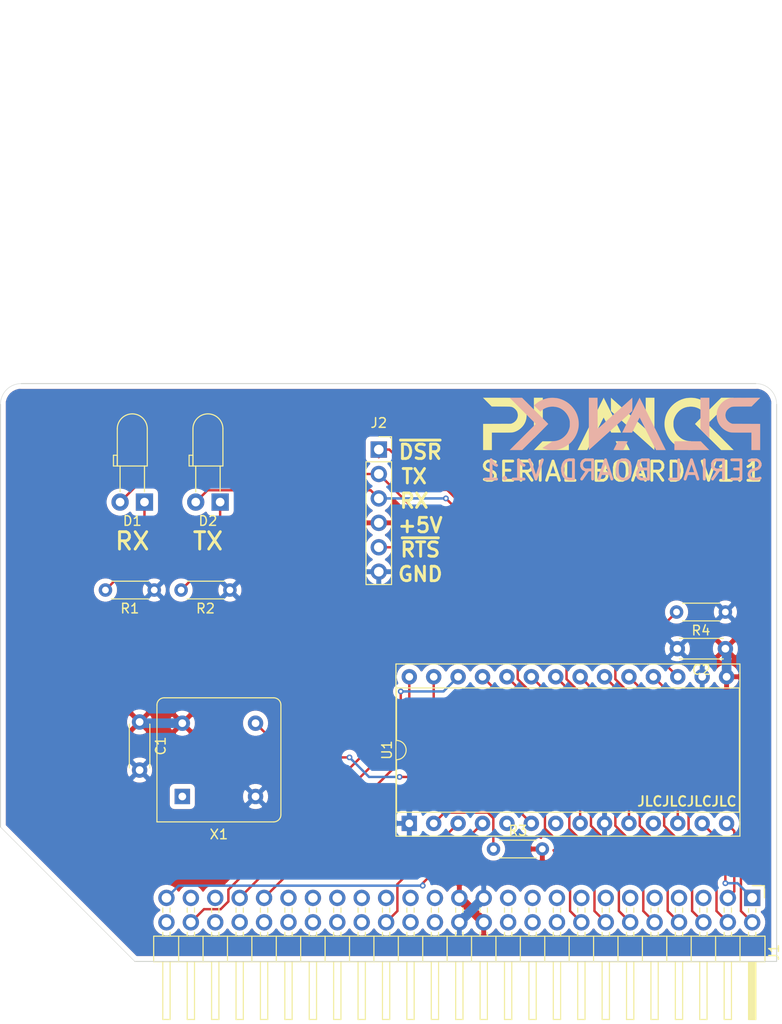
<source format=kicad_pcb>
(kicad_pcb (version 20171130) (host pcbnew "(5.1.10-1-10_14)")
  (layers (0 F.Cu signal) (31 B.Cu signal) (34 B.Paste user) (35 F.Paste user) (36 B.SilkS user) (37 F.SilkS user) (38 B.Mask user) (39 F.Mask user) (44 Edge.Cuts user))
  (net 0 "")
  (net 1 RDY)
  (net 2 A15)
  (net 3 A14)
  (net 4 A13)
  (net 5 A12)
  (net 6 A11)
  (net 7 GND)
  (net 8 +5V)
  (net 9 A10)
  (net 10 A9)
  (net 11 A8)
  (net 12 D7)
  (net 13 A7)
  (net 14 D6)
  (net 15 A6)
  (net 16 D5)
  (net 17 A5)
  (net 18 D4)
  (net 19 A4)
  (net 20 D3)
  (net 21 A3)
  (net 22 D2)
  (net 23 A2)
  (net 24 D1)
  (net 25 A1)
  (net 26 D0)
  (net 27 A0)
  (net 28 CLK)
  (net 29 BE)
  (net 30 SYNC)
  (net 31 EX3)
  (net 32 EX2)
  (net 33 EX1)
  (net 34 EX0)
  (net 35 ~NMI~)
  (net 36 ~RESET~)
  (net 37 ~SLOT_IRQ~)
  (net 38 ~IRQ~)
  (net 39 R~W~)
  (net 40 LED4)
  (net 41 LED3)
  (net 42 LED2)
  (net 43 LED1)
  (net 44 ~SLOT_SEL~)
  (net 45 ~INH~)
  (net 46 ~SSEL~)
  (net 47 "Net-(U1-Pad7)")
  (net 48 "Net-(U1-Pad6)")
  (net 49 "Net-(U1-Pad5)")
  (net 50 "Net-(X1-Pad1)")
  (net 51 "Net-(D1-Pad1)")
  (net 52 "Net-(D2-Pad1)")
  (net 53 CLK_12M)
  (net 54 ~SLOW~)
  (net 55 "Net-(R3-Pad1)")
  (net 56 /TX)
  (net 57 /RX)
  (net 58 /~RTS~)
  (net 59 /~DSR~)
  (net 60 /~DTR~)
  (module Logo:logo (layer B.Cu) (at 66.04 -55.88 180)
    (fp_text reference G*** hide)
    (fp_text value LOGO hide)
  )
  (module Logo:logo (layer F.Cu) (at 63.246 -55.88)
    (fp_text reference G*** hide)
    (fp_text value LOGO hide)
  )
  (module LED_THT:LED_D3.0mm_Horizontal_O3.81mm_Z2.0mm (layer F.Cu) (at 22.86 -47.752 180)
    (fp_text reference D2 (at 1.27 -1.96) (layer F.SilkS))
    (fp_text value LED)
    (pad 2 thru_hole circle (at 2.54 0 180) (size 1.8 1.8) (drill 0.9) (layers *.Cu *.Mask) (net 57 /RX))
    (pad 1 thru_hole rect (at 0 0 180) (size 1.8 1.8) (drill 0.9) (layers *.Cu *.Mask) (net 52 "Net-(D2-Pad1)"))
  )
  (module LED_THT:LED_D3.0mm_Horizontal_O3.81mm_Z2.0mm (layer F.Cu) (at 14.986 -47.752 180)
    (fp_text reference D1 (at 1.27 -1.96) (layer F.SilkS))
    (fp_text value LED)
    (pad 2 thru_hole circle (at 2.54 0 180) (size 1.8 1.8) (drill 0.9) (layers *.Cu *.Mask) (net 56 /TX))
    (pad 1 thru_hole rect (at 0 0 180) (size 1.8 1.8) (drill 0.9) (layers *.Cu *.Mask) (net 51 "Net-(D1-Pad1)"))
  )
  (module Resistor_THT:R_Axial_DIN0204_L3.6mm_D1.6mm_P5.08mm_Horizontal (layer F.Cu) (at 75.438 -36.322 180)
    (fp_text reference R4 (at 2.54 -1.92) (layer F.SilkS))
    (fp_text value 10k)
    (pad 2 thru_hole oval (at 5.08 0 180) (size 1.4 1.4) (drill 0.7) (layers *.Cu *.Mask) (net 59 /~DSR~))
    (pad 1 thru_hole circle (at 0 0 180) (size 1.4 1.4) (drill 0.7) (layers *.Cu *.Mask) (net 7 GND))
  )
  (module Resistor_THT:R_Axial_DIN0204_L3.6mm_D1.6mm_P5.08mm_Horizontal (layer F.Cu) (at 51.308 -11.684)
    (fp_text reference R3 (at 2.54 -1.92) (layer F.SilkS))
    (fp_text value 10k)
    (pad 2 thru_hole oval (at 5.08 0) (size 1.4 1.4) (drill 0.7) (layers *.Cu *.Mask) (net 8 +5V))
    (pad 1 thru_hole circle (at 0 0) (size 1.4 1.4) (drill 0.7) (layers *.Cu *.Mask) (net 55 "Net-(R3-Pad1)"))
  )
  (module Resistor_THT:R_Axial_DIN0204_L3.6mm_D1.6mm_P5.08mm_Horizontal (layer F.Cu) (at 23.876 -38.608 180)
    (fp_text reference R2 (at 2.54 -1.92) (layer F.SilkS))
    (fp_text value 330R)
    (pad 2 thru_hole oval (at 5.08 0 180) (size 1.4 1.4) (drill 0.7) (layers *.Cu *.Mask) (net 52 "Net-(D2-Pad1)"))
    (pad 1 thru_hole circle (at 0 0 180) (size 1.4 1.4) (drill 0.7) (layers *.Cu *.Mask) (net 7 GND))
  )
  (module Resistor_THT:R_Axial_DIN0204_L3.6mm_D1.6mm_P5.08mm_Horizontal (layer F.Cu) (at 16.002 -38.608 180)
    (fp_text reference R1 (at 2.54 -1.92) (layer F.SilkS))
    (fp_text value 330R)
    (pad 2 thru_hole oval (at 5.08 0 180) (size 1.4 1.4) (drill 0.7) (layers *.Cu *.Mask) (net 51 "Net-(D1-Pad1)"))
    (pad 1 thru_hole circle (at 0 0 180) (size 1.4 1.4) (drill 0.7) (layers *.Cu *.Mask) (net 7 GND))
  )
  (module Capacitor_THT:C_Disc_D4.3mm_W1.9mm_P5.00mm (layer F.Cu) (at 75.438 -32.512 180)
    (fp_text reference C2 (at 2.5 -2.2) (layer F.SilkS))
    (fp_text value C_Small)
    (pad 2 thru_hole circle (at 5 0 180) (size 1.6 1.6) (drill 0.8) (layers *.Cu *.Mask) (net 7 GND))
    (pad 1 thru_hole circle (at 0 0 180) (size 1.6 1.6) (drill 0.8) (layers *.Cu *.Mask) (net 8 +5V))
  )
  (module Capacitor_THT:C_Disc_D4.3mm_W1.9mm_P5.00mm (layer F.Cu) (at 14.478 -24.892 270)
    (fp_text reference C1 (at 2.5 -2.2 90) (layer F.SilkS))
    (fp_text value C_Small)
    (pad 2 thru_hole circle (at 5 0 270) (size 1.6 1.6) (drill 0.8) (layers *.Cu *.Mask) (net 7 GND))
    (pad 1 thru_hole circle (at 0 0 270) (size 1.6 1.6) (drill 0.8) (layers *.Cu *.Mask) (net 8 +5V))
  )
  (module Oscillator:Oscillator_DIP-8 (layer F.Cu) (at 18.923 -17.145)
    (fp_text reference X1 (at 3.81 3.937) (layer F.SilkS))
    (fp_text value CXO_DIP8)
    (pad 4 thru_hole circle (at 7.62 0) (size 1.6 1.6) (drill 0.8) (layers *.Cu *.Mask) (net 7 GND))
    (pad 5 thru_hole circle (at 7.62 -7.62) (size 1.6 1.6) (drill 0.8) (layers *.Cu *.Mask) (net 48 "Net-(U1-Pad6)"))
    (pad 8 thru_hole circle (at 0 -7.62) (size 1.6 1.6) (drill 0.8) (layers *.Cu *.Mask) (net 8 +5V))
    (pad 1 thru_hole rect (at 0 0) (size 1.6 1.6) (drill 0.8) (layers *.Cu *.Mask) (net 50 "Net-(X1-Pad1)"))
  )
  (module Package_DIP:DIP-28_W15.24mm_Socket (layer F.Cu) (at 42.545 -14.351 90)
    (fp_text reference U1 (at 7.62 -2.33 90) (layer F.SilkS))
    (fp_text value W65C51NxP)
    (pad 28 thru_hole oval (at 15.24 0 90) (size 1.6 1.6) (drill 0.8) (layers *.Cu *.Mask) (net 39 R~W~))
    (pad 14 thru_hole oval (at 0 33.02 90) (size 1.6 1.6) (drill 0.8) (layers *.Cu *.Mask) (net 25 A1))
    (pad 27 thru_hole oval (at 15.24 2.54 90) (size 1.6 1.6) (drill 0.8) (layers *.Cu *.Mask) (net 28 CLK))
    (pad 13 thru_hole oval (at 0 30.48 90) (size 1.6 1.6) (drill 0.8) (layers *.Cu *.Mask) (net 27 A0))
    (pad 26 thru_hole oval (at 15.24 5.08 90) (size 1.6 1.6) (drill 0.8) (layers *.Cu *.Mask) (net 37 ~SLOT_IRQ~))
    (pad 12 thru_hole oval (at 0 27.94 90) (size 1.6 1.6) (drill 0.8) (layers *.Cu *.Mask) (net 57 /RX))
    (pad 25 thru_hole oval (at 15.24 7.62 90) (size 1.6 1.6) (drill 0.8) (layers *.Cu *.Mask) (net 12 D7))
    (pad 11 thru_hole oval (at 0 25.4 90) (size 1.6 1.6) (drill 0.8) (layers *.Cu *.Mask) (net 60 /~DTR~))
    (pad 24 thru_hole oval (at 15.24 10.16 90) (size 1.6 1.6) (drill 0.8) (layers *.Cu *.Mask) (net 14 D6))
    (pad 10 thru_hole oval (at 0 22.86 90) (size 1.6 1.6) (drill 0.8) (layers *.Cu *.Mask) (net 56 /TX))
    (pad 23 thru_hole oval (at 15.24 12.7 90) (size 1.6 1.6) (drill 0.8) (layers *.Cu *.Mask) (net 16 D5))
    (pad 9 thru_hole oval (at 0 20.32 90) (size 1.6 1.6) (drill 0.8) (layers *.Cu *.Mask) (net 7 GND))
    (pad 22 thru_hole oval (at 15.24 15.24 90) (size 1.6 1.6) (drill 0.8) (layers *.Cu *.Mask) (net 18 D4))
    (pad 8 thru_hole oval (at 0 17.78 90) (size 1.6 1.6) (drill 0.8) (layers *.Cu *.Mask) (net 58 /~RTS~))
    (pad 21 thru_hole oval (at 15.24 17.78 90) (size 1.6 1.6) (drill 0.8) (layers *.Cu *.Mask) (net 20 D3))
    (pad 7 thru_hole oval (at 0 15.24 90) (size 1.6 1.6) (drill 0.8) (layers *.Cu *.Mask) (net 47 "Net-(U1-Pad7)"))
    (pad 20 thru_hole oval (at 15.24 20.32 90) (size 1.6 1.6) (drill 0.8) (layers *.Cu *.Mask) (net 22 D2))
    (pad 6 thru_hole oval (at 0 12.7 90) (size 1.6 1.6) (drill 0.8) (layers *.Cu *.Mask) (net 48 "Net-(U1-Pad6)"))
    (pad 19 thru_hole oval (at 15.24 22.86 90) (size 1.6 1.6) (drill 0.8) (layers *.Cu *.Mask) (net 24 D1))
    (pad 5 thru_hole oval (at 0 10.16 90) (size 1.6 1.6) (drill 0.8) (layers *.Cu *.Mask) (net 49 "Net-(U1-Pad5)"))
    (pad 18 thru_hole oval (at 15.24 25.4 90) (size 1.6 1.6) (drill 0.8) (layers *.Cu *.Mask) (net 26 D0))
    (pad 4 thru_hole oval (at 0 7.62 90) (size 1.6 1.6) (drill 0.8) (layers *.Cu *.Mask) (net 36 ~RESET~))
    (pad 17 thru_hole oval (at 15.24 27.94 90) (size 1.6 1.6) (drill 0.8) (layers *.Cu *.Mask) (net 59 /~DSR~))
    (pad 3 thru_hole oval (at 0 5.08 90) (size 1.6 1.6) (drill 0.8) (layers *.Cu *.Mask) (net 44 ~SLOT_SEL~))
    (pad 16 thru_hole oval (at 15.24 30.48 90) (size 1.6 1.6) (drill 0.8) (layers *.Cu *.Mask) (net 7 GND))
    (pad 2 thru_hole oval (at 0 2.54 90) (size 1.6 1.6) (drill 0.8) (layers *.Cu *.Mask) (net 55 "Net-(R3-Pad1)"))
    (pad 15 thru_hole oval (at 15.24 33.02 90) (size 1.6 1.6) (drill 0.8) (layers *.Cu *.Mask) (net 8 +5V))
    (pad 1 thru_hole rect (at 0 0 90) (size 1.6 1.6) (drill 0.8) (layers *.Cu *.Mask) (net 7 GND))
  )
  (module Connector_PinSocket_2.54mm:PinSocket_1x06_P2.54mm_Vertical (layer F.Cu) (at 39.37 -53.213)
    (fp_text reference J2 (at 0 -2.77) (layer F.SilkS))
    (fp_text value Conn_01x06)
    (pad 6 thru_hole oval (at 0 12.7) (size 1.7 1.7) (drill 1) (layers *.Cu *.Mask) (net 7 GND))
    (pad 5 thru_hole oval (at 0 10.16) (size 1.7 1.7) (drill 1) (layers *.Cu *.Mask) (net 58 /~RTS~))
    (pad 4 thru_hole oval (at 0 7.62) (size 1.7 1.7) (drill 1) (layers *.Cu *.Mask) (net 8 +5V))
    (pad 3 thru_hole oval (at 0 5.08) (size 1.7 1.7) (drill 1) (layers *.Cu *.Mask) (net 57 /RX))
    (pad 2 thru_hole oval (at 0 2.54) (size 1.7 1.7) (drill 1) (layers *.Cu *.Mask) (net 56 /TX))
    (pad 1 thru_hole rect (at 0 0) (size 1.7 1.7) (drill 1) (layers *.Cu *.Mask) (net 59 /~DSR~))
  )
  (module Connector_PinHeader_2.54mm:PinHeader_2x25_P2.54mm_Horizontal (layer F.Cu) (at 78.232 -6.604 270)
    (fp_text reference J1 (at 5.655 -2.27 90) (layer F.SilkS))
    (fp_text value Conn_01x40)
    (pad 50 thru_hole oval (at 2.54 60.96 270) (size 1.7 1.7) (drill 1) (layers *.Cu *.Mask) (net 35 ~NMI~))
    (pad 49 thru_hole oval (at 0 60.96 270) (size 1.7 1.7) (drill 1) (layers *.Cu *.Mask) (net 36 ~RESET~))
    (pad 48 thru_hole oval (at 2.54 58.42 270) (size 1.7 1.7) (drill 1) (layers *.Cu *.Mask) (net 37 ~SLOT_IRQ~))
    (pad 47 thru_hole oval (at 0 58.42 270) (size 1.7 1.7) (drill 1) (layers *.Cu *.Mask) (net 30 SYNC))
    (pad 46 thru_hole oval (at 2.54 55.88 270) (size 1.7 1.7) (drill 1) (layers *.Cu *.Mask) (net 31 EX3))
    (pad 45 thru_hole oval (at 0 55.88 270) (size 1.7 1.7) (drill 1) (layers *.Cu *.Mask) (net 38 ~IRQ~))
    (pad 44 thru_hole oval (at 2.54 53.34 270) (size 1.7 1.7) (drill 1) (layers *.Cu *.Mask) (net 32 EX2))
    (pad 43 thru_hole oval (at 0 53.34 270) (size 1.7 1.7) (drill 1) (layers *.Cu *.Mask) (net 39 R~W~))
    (pad 42 thru_hole oval (at 2.54 50.8 270) (size 1.7 1.7) (drill 1) (layers *.Cu *.Mask) (net 53 CLK_12M))
    (pad 41 thru_hole oval (at 0 50.8 270) (size 1.7 1.7) (drill 1) (layers *.Cu *.Mask) (net 28 CLK))
    (pad 40 thru_hole oval (at 2.54 48.26 270) (size 1.7 1.7) (drill 1) (layers *.Cu *.Mask) (net 40 LED4))
    (pad 39 thru_hole oval (at 0 48.26 270) (size 1.7 1.7) (drill 1) (layers *.Cu *.Mask) (net 29 BE))
    (pad 38 thru_hole oval (at 2.54 45.72 270) (size 1.7 1.7) (drill 1) (layers *.Cu *.Mask) (net 41 LED3))
    (pad 37 thru_hole oval (at 0 45.72 270) (size 1.7 1.7) (drill 1) (layers *.Cu *.Mask) (net 1 RDY))
    (pad 36 thru_hole oval (at 2.54 43.18 270) (size 1.7 1.7) (drill 1) (layers *.Cu *.Mask) (net 42 LED2))
    (pad 35 thru_hole oval (at 0 43.18 270) (size 1.7 1.7) (drill 1) (layers *.Cu *.Mask) (net 2 A15))
    (pad 34 thru_hole oval (at 2.54 40.64 270) (size 1.7 1.7) (drill 1) (layers *.Cu *.Mask) (net 43 LED1))
    (pad 33 thru_hole oval (at 0 40.64 270) (size 1.7 1.7) (drill 1) (layers *.Cu *.Mask) (net 3 A14))
    (pad 32 thru_hole oval (at 2.54 38.1 270) (size 1.7 1.7) (drill 1) (layers *.Cu *.Mask) (net 44 ~SLOT_SEL~))
    (pad 31 thru_hole oval (at 0 38.1 270) (size 1.7 1.7) (drill 1) (layers *.Cu *.Mask) (net 4 A13))
    (pad 30 thru_hole oval (at 2.54 35.56 270) (size 1.7 1.7) (drill 1) (layers *.Cu *.Mask) (net 45 ~INH~))
    (pad 29 thru_hole oval (at 0 35.56 270) (size 1.7 1.7) (drill 1) (layers *.Cu *.Mask) (net 5 A12))
    (pad 28 thru_hole oval (at 2.54 33.02 270) (size 1.7 1.7) (drill 1) (layers *.Cu *.Mask) (net 46 ~SSEL~))
    (pad 27 thru_hole oval (at 0 33.02 270) (size 1.7 1.7) (drill 1) (layers *.Cu *.Mask) (net 6 A11))
    (pad 26 thru_hole oval (at 2.54 30.48 270) (size 1.7 1.7) (drill 1) (layers *.Cu *.Mask) (net 7 GND))
    (pad 25 thru_hole oval (at 0 30.48 270) (size 1.7 1.7) (drill 1) (layers *.Cu *.Mask) (net 8 +5V))
    (pad 24 thru_hole oval (at 2.54 27.94 270) (size 1.7 1.7) (drill 1) (layers *.Cu *.Mask) (net 8 +5V))
    (pad 23 thru_hole oval (at 0 27.94 270) (size 1.7 1.7) (drill 1) (layers *.Cu *.Mask) (net 7 GND))
    (pad 22 thru_hole oval (at 2.54 25.4 270) (size 1.7 1.7) (drill 1) (layers *.Cu *.Mask) (net 54 ~SLOW~))
    (pad 21 thru_hole oval (at 0 25.4 270) (size 1.7 1.7) (drill 1) (layers *.Cu *.Mask) (net 9 A10))
    (pad 20 thru_hole oval (at 2.54 22.86 270) (size 1.7 1.7) (drill 1) (layers *.Cu *.Mask) (net 33 EX1))
    (pad 19 thru_hole oval (at 0 22.86 270) (size 1.7 1.7) (drill 1) (layers *.Cu *.Mask) (net 10 A9))
    (pad 18 thru_hole oval (at 2.54 20.32 270) (size 1.7 1.7) (drill 1) (layers *.Cu *.Mask) (net 34 EX0))
    (pad 17 thru_hole oval (at 0 20.32 270) (size 1.7 1.7) (drill 1) (layers *.Cu *.Mask) (net 11 A8))
    (pad 16 thru_hole oval (at 2.54 17.78 270) (size 1.7 1.7) (drill 1) (layers *.Cu *.Mask) (net 12 D7))
    (pad 15 thru_hole oval (at 0 17.78 270) (size 1.7 1.7) (drill 1) (layers *.Cu *.Mask) (net 13 A7))
    (pad 14 thru_hole oval (at 2.54 15.24 270) (size 1.7 1.7) (drill 1) (layers *.Cu *.Mask) (net 14 D6))
    (pad 13 thru_hole oval (at 0 15.24 270) (size 1.7 1.7) (drill 1) (layers *.Cu *.Mask) (net 15 A6))
    (pad 12 thru_hole oval (at 2.54 12.7 270) (size 1.7 1.7) (drill 1) (layers *.Cu *.Mask) (net 16 D5))
    (pad 11 thru_hole oval (at 0 12.7 270) (size 1.7 1.7) (drill 1) (layers *.Cu *.Mask) (net 17 A5))
    (pad 10 thru_hole oval (at 2.54 10.16 270) (size 1.7 1.7) (drill 1) (layers *.Cu *.Mask) (net 18 D4))
    (pad 9 thru_hole oval (at 0 10.16 270) (size 1.7 1.7) (drill 1) (layers *.Cu *.Mask) (net 19 A4))
    (pad 8 thru_hole oval (at 2.54 7.62 270) (size 1.7 1.7) (drill 1) (layers *.Cu *.Mask) (net 20 D3))
    (pad 7 thru_hole oval (at 0 7.62 270) (size 1.7 1.7) (drill 1) (layers *.Cu *.Mask) (net 21 A3))
    (pad 6 thru_hole oval (at 2.54 5.08 270) (size 1.7 1.7) (drill 1) (layers *.Cu *.Mask) (net 22 D2))
    (pad 5 thru_hole oval (at 0 5.08 270) (size 1.7 1.7) (drill 1) (layers *.Cu *.Mask) (net 23 A2))
    (pad 4 thru_hole oval (at 2.54 2.54 270) (size 1.7 1.7) (drill 1) (layers *.Cu *.Mask) (net 24 D1))
    (pad 3 thru_hole oval (at 0 2.54 270) (size 1.7 1.7) (drill 1) (layers *.Cu *.Mask) (net 25 A1))
    (pad 2 thru_hole oval (at 2.54 0 270) (size 1.7 1.7) (drill 1) (layers *.Cu *.Mask) (net 26 D0))
    (pad 1 thru_hole rect (at 0 0 270) (size 1.7 1.7) (drill 1) (layers *.Cu *.Mask) (net 27 A0))
  )
  (gr_text JLCJLCJLCJLC (at 71.4375 -16.637) (layer F.SilkS) (effects (font (size 1 1) (thickness 0.2))))
  (gr_text TX (at 21.59 -43.688) (layer F.SilkS) (effects (font (size 1.8 1.8) (thickness 0.3))))
  (gr_text RX (at 13.716 -43.688) (layer F.SilkS) (effects (font (size 1.8 1.8) (thickness 0.3))))
  (gr_arc (start 2.159 -57.912) (end 2.159 -60.071) (angle -90) (layer Edge.Cuts) (width 0.05))
  (gr_arc (start 78.613 -57.912) (end 80.772 -57.912) (angle -90) (layer Edge.Cuts) (width 0.05))
  (gr_text ~DSR~ (at 43.688 -52.959) (layer F.SilkS) (effects (font (size 1.5 1.5) (thickness 0.3))))
  (gr_text TX (at 43.053 -50.419) (layer F.SilkS) (effects (font (size 1.5 1.5) (thickness 0.3))))
  (gr_text RX (at 43.053 -47.879) (layer F.SilkS) (effects (font (size 1.5 1.5) (thickness 0.3))))
  (gr_text +5V (at 43.688 -45.339) (layer F.SilkS) (effects (font (size 1.5 1.5) (thickness 0.3))))
  (gr_text ~RTS~ (at 43.688 -42.799) (layer F.SilkS) (effects (font (size 1.5 1.5) (thickness 0.3))))
  (gr_text GND (at 43.688 -40.259) (layer F.SilkS) (effects (font (size 1.5 1.5) (thickness 0.3))))
  (gr_text "SERIAL BOARD V1.1" (at 64.77 -51.054) (layer B.SilkS) (effects (font (size 2 2) (thickness 0.3)) (justify mirror)))
  (gr_line (start 13.97 0) (end 0 -13.97) (layer Edge.Cuts) (width 0.05))
  (gr_text "SERIAL BOARD V1.1" (at 64.643 -50.927) (layer F.SilkS) (effects (font (size 2 2) (thickness 0.3))))
  (gr_line (start 2.159 -60.071) (end 78.613 -60.071) (layer Edge.Cuts) (width 0.1))
  (gr_line (start 0 -13.97) (end 0 -57.912) (layer Edge.Cuts) (width 0.1))
  (gr_line (start 80.772 0) (end 13.97 0) (layer Edge.Cuts) (width 0.1))
  (gr_line (start 80.772 -57.912) (end 80.772 0) (layer Edge.Cuts) (width 0.1))
  (segment (start 50.292 -6.604) (end 47.752 -4.064) (width 1) (layer B.Cu) (net 7))
  (segment (start 50.292 -4.064) (end 47.752 -6.604) (width 1) (layer F.Cu) (net 8))
  (segment (start 75.565 -32.385) (end 75.565 -29.591) (width 1) (layer B.Cu) (net 8))
  (segment (start 75.438 -32.512) (end 75.565 -32.385) (width 1) (layer B.Cu) (net 8))
  (segment (start 14.605 -24.765) (end 18.923 -24.765) (width 1) (layer B.Cu) (net 8))
  (segment (start 14.478 -24.892) (end 14.605 -24.765) (width 1) (layer B.Cu) (net 8))
  (segment (start 56.659999 -13.810999) (end 56.659999 -23.096001) (width 0.25) (layer F.Cu) (net 12))
  (segment (start 56.659999 -23.096001) (end 50.165 -29.591) (width 0.25) (layer F.Cu) (net 12))
  (segment (start 59.276999 -11.193999) (end 56.659999 -13.810999) (width 0.25) (layer F.Cu) (net 12))
  (segment (start 59.276999 -5.239001) (end 59.276999 -11.193999) (width 0.25) (layer F.Cu) (net 12))
  (segment (start 60.452 -4.064) (end 59.276999 -5.239001) (width 0.25) (layer F.Cu) (net 12))
  (segment (start 61.816999 -11.193999) (end 59.199999 -13.810999) (width 0.25) (layer F.Cu) (net 14))
  (segment (start 61.816999 -5.239001) (end 61.816999 -11.193999) (width 0.25) (layer F.Cu) (net 14))
  (segment (start 59.199999 -23.096001) (end 52.705 -29.591) (width 0.25) (layer F.Cu) (net 14))
  (segment (start 59.199999 -13.810999) (end 59.199999 -23.096001) (width 0.25) (layer F.Cu) (net 14))
  (segment (start 62.992 -4.064) (end 61.816999 -5.239001) (width 0.25) (layer F.Cu) (net 14))
  (segment (start 65.532 -4.064) (end 64.356999 -5.239001) (width 0.25) (layer F.Cu) (net 16))
  (segment (start 64.356999 -11.193999) (end 61.450001 -14.100997) (width 0.25) (layer F.Cu) (net 16))
  (segment (start 64.356999 -5.239001) (end 64.356999 -11.193999) (width 0.25) (layer F.Cu) (net 16))
  (segment (start 61.450001 -14.100997) (end 61.450001 -23.385999) (width 0.25) (layer F.Cu) (net 16))
  (segment (start 61.450001 -23.385999) (end 55.245 -29.591) (width 0.25) (layer F.Cu) (net 16))
  (segment (start 63.990001 -23.385999) (end 57.785 -29.591) (width 0.25) (layer F.Cu) (net 18))
  (segment (start 63.990001 -14.100997) (end 63.990001 -23.385999) (width 0.25) (layer F.Cu) (net 18))
  (segment (start 66.896999 -11.193999) (end 63.990001 -14.100997) (width 0.25) (layer F.Cu) (net 18))
  (segment (start 66.896999 -5.239001) (end 66.896999 -11.193999) (width 0.25) (layer F.Cu) (net 18))
  (segment (start 68.072 -4.064) (end 66.896999 -5.239001) (width 0.25) (layer F.Cu) (net 18))
  (segment (start 66.530001 -23.385999) (end 60.325 -29.591) (width 0.25) (layer F.Cu) (net 20))
  (segment (start 66.530001 -14.100997) (end 66.530001 -23.385999) (width 0.25) (layer F.Cu) (net 20))
  (segment (start 69.436999 -11.193999) (end 66.530001 -14.100997) (width 0.25) (layer F.Cu) (net 20))
  (segment (start 69.436999 -5.239001) (end 69.436999 -11.193999) (width 0.25) (layer F.Cu) (net 20))
  (segment (start 70.612 -4.064) (end 69.436999 -5.239001) (width 0.25) (layer F.Cu) (net 20))
  (segment (start 69.070001 -14.100997) (end 69.070001 -23.385999) (width 0.25) (layer F.Cu) (net 22))
  (segment (start 71.976999 -11.193999) (end 69.070001 -14.100997) (width 0.25) (layer F.Cu) (net 22))
  (segment (start 71.976999 -5.239001) (end 71.976999 -11.193999) (width 0.25) (layer F.Cu) (net 22))
  (segment (start 69.070001 -23.385999) (end 62.865 -29.591) (width 0.25) (layer F.Cu) (net 22))
  (segment (start 73.152 -4.064) (end 71.976999 -5.239001) (width 0.25) (layer F.Cu) (net 22))
  (segment (start 74.516999 -5.239001) (end 74.516999 -10.825591) (width 0.25) (layer F.Cu) (net 24))
  (segment (start 75.692 -4.064) (end 74.516999 -5.239001) (width 0.25) (layer F.Cu) (net 24))
  (segment (start 71.610001 -23.385999) (end 65.405 -29.591) (width 0.25) (layer F.Cu) (net 24))
  (segment (start 74.516999 -10.825591) (end 71.610001 -13.732589) (width 0.25) (layer F.Cu) (net 24))
  (segment (start 71.610001 -13.732589) (end 71.610001 -23.385999) (width 0.25) (layer F.Cu) (net 24))
  (segment (start 76.364999 -7.276999) (end 75.692 -6.604) (width 0.25) (layer F.Cu) (net 25))
  (segment (start 76.364999 -13.551001) (end 76.364999 -7.276999) (width 0.25) (layer F.Cu) (net 25))
  (segment (start 75.565 -14.351) (end 76.364999 -13.551001) (width 0.25) (layer F.Cu) (net 25))
  (segment (start 77.056999 -20.479001) (end 67.945 -29.591) (width 0.25) (layer F.Cu) (net 26))
  (segment (start 77.056999 -5.239001) (end 77.056999 -20.479001) (width 0.25) (layer F.Cu) (net 26))
  (segment (start 78.232 -4.064) (end 77.056999 -5.239001) (width 0.25) (layer F.Cu) (net 26))
  (segment (start 75.438 -10.541) (end 75.438 -10.541) (width 0.25) (layer F.Cu) (net 27))
  (via (at 75.438 -8.128) (size 0.6) (drill 0.3) (layers F.Cu B.Cu) (net 27))
  (segment (start 76.708 -8.128) (end 75.438 -8.128) (width 0.25) (layer B.Cu) (net 27))
  (segment (start 78.232 -6.604) (end 76.708 -8.128) (width 0.25) (layer B.Cu) (net 27))
  (segment (start 75.438 -11.938) (end 75.438 -8.128) (width 0.25) (layer F.Cu) (net 27))
  (segment (start 73.025 -14.351) (end 75.438 -11.938) (width 0.25) (layer F.Cu) (net 27))
  (segment (start 45.085 -24.257) (end 27.432 -6.604) (width 0.25) (layer F.Cu) (net 28))
  (segment (start 45.085 -29.591) (end 45.085 -24.257) (width 0.25) (layer F.Cu) (net 28))
  (segment (start 43.942 -8.128) (end 43.942 -8.128) (width 0.25) (layer B.Cu) (net 36))
  (segment (start 50.165 -14.351) (end 43.942 -8.128) (width 0.25) (layer F.Cu) (net 36))
  (via (at 43.942 -7.874) (size 0.6) (drill 0.3) (layers F.Cu B.Cu) (net 36))
  (segment (start 17.272 -6.604) (end 18.542 -7.874) (width 0.25) (layer B.Cu) (net 36))
  (segment (start 43.942 -8.128) (end 43.942 -7.874) (width 0.25) (layer F.Cu) (net 36))
  (segment (start 18.542 -7.874) (end 43.942 -7.874) (width 0.25) (layer B.Cu) (net 36))
  (segment (start 23.716999 -6.229997) (end 23.716999 -7.460999) (width 0.25) (layer F.Cu) (net 37))
  (segment (start 21.176999 -5.428999) (end 22.916001 -5.428999) (width 0.25) (layer F.Cu) (net 37))
  (segment (start 22.916001 -5.428999) (end 23.716999 -6.229997) (width 0.25) (layer F.Cu) (net 37))
  (segment (start 19.812 -4.064) (end 21.176999 -5.428999) (width 0.25) (layer F.Cu) (net 37))
  (segment (start 23.716999 -7.460999) (end 41.656 -25.4) (width 0.25) (layer F.Cu) (net 37))
  (segment (start 41.656 -25.4) (end 41.656 -28.067) (width 0.25) (layer F.Cu) (net 37))
  (segment (start 41.656 -28.067) (end 41.656 -28.067) (width 0.25) (layer F.Cu) (net 37))
  (via (at 41.656 -28.067) (size 0.6) (drill 0.3) (layers F.Cu B.Cu) (net 37))
  (segment (start 46.101 -28.067) (end 47.625 -29.591) (width 0.25) (layer B.Cu) (net 37))
  (segment (start 41.656 -28.067) (end 46.101 -28.067) (width 0.25) (layer B.Cu) (net 37))
  (segment (start 42.545 -24.257) (end 24.892 -6.604) (width 0.25) (layer F.Cu) (net 39))
  (segment (start 42.545 -29.591) (end 42.545 -24.257) (width 0.25) (layer F.Cu) (net 39))
  (segment (start 41.307001 -8.033001) (end 47.625 -14.351) (width 0.25) (layer F.Cu) (net 44))
  (segment (start 41.307001 -5.239001) (end 41.307001 -8.033001) (width 0.25) (layer F.Cu) (net 44))
  (segment (start 40.132 -4.064) (end 41.307001 -5.239001) (width 0.25) (layer F.Cu) (net 44))
  (segment (start 55.245 -14.351) (end 50.419 -19.177) (width 0.25) (layer F.Cu) (net 48))
  (segment (start 50.419 -19.177) (end 41.529 -19.177) (width 0.25) (layer F.Cu) (net 48))
  (segment (start 41.529 -19.177) (end 41.402 -19.177) (width 0.25) (layer F.Cu) (net 48))
  (via (at 41.529 -19.177) (size 0.6) (drill 0.3) (layers F.Cu B.Cu) (net 48))
  (segment (start 41.529 -19.177) (end 38.354 -19.177) (width 0.25) (layer B.Cu) (net 48))
  (segment (start 38.354 -19.177) (end 36.322 -21.209) (width 0.25) (layer B.Cu) (net 48))
  (segment (start 36.322 -21.209) (end 36.322 -21.209) (width 0.25) (layer B.Cu) (net 48))
  (via (at 36.322 -21.209) (size 0.6) (drill 0.3) (layers F.Cu B.Cu) (net 48))
  (segment (start 30.099 -21.209) (end 26.543 -24.765) (width 0.25) (layer F.Cu) (net 48))
  (segment (start 36.322 -21.209) (end 30.099 -21.209) (width 0.25) (layer F.Cu) (net 48))
  (segment (start 14.986 -42.672) (end 10.922 -38.608) (width 0.25) (layer F.Cu) (net 51))
  (segment (start 14.986 -47.752) (end 14.986 -42.672) (width 0.25) (layer F.Cu) (net 51))
  (segment (start 22.86 -42.672) (end 18.796 -38.608) (width 0.25) (layer F.Cu) (net 52))
  (segment (start 22.86 -47.752) (end 22.86 -42.672) (width 0.25) (layer F.Cu) (net 52))
  (segment (start 46.210001 -15.476001) (end 45.085 -14.351) (width 0.25) (layer F.Cu) (net 55))
  (segment (start 51.290001 -14.891001) (end 50.705001 -15.476001) (width 0.25) (layer F.Cu) (net 55))
  (segment (start 50.705001 -15.476001) (end 46.210001 -15.476001) (width 0.25) (layer F.Cu) (net 55))
  (segment (start 51.290001 -12.073999) (end 51.290001 -14.891001) (width 0.25) (layer F.Cu) (net 55))
  (segment (start 51.68 -11.684) (end 51.290001 -12.073999) (width 0.25) (layer F.Cu) (net 55))
  (segment (start 58.910001 -31.132999) (end 39.37 -50.673) (width 0.25) (layer F.Cu) (net 56))
  (segment (start 58.910001 -29.340997) (end 58.910001 -31.132999) (width 0.25) (layer F.Cu) (net 56))
  (segment (start 65.405 -22.845998) (end 58.910001 -29.340997) (width 0.25) (layer F.Cu) (net 56))
  (segment (start 65.405 -14.351) (end 65.405 -22.845998) (width 0.25) (layer F.Cu) (net 56))
  (segment (start 40.005 -50.038) (end 39.37 -50.673) (width 0.25) (layer B.Cu) (net 56))
  (segment (start 15.367 -50.673) (end 12.446 -47.752) (width 0.25) (layer F.Cu) (net 56))
  (segment (start 39.37 -50.673) (end 15.367 -50.673) (width 0.25) (layer F.Cu) (net 56))
  (segment (start 63.990001 -29.340997) (end 63.990001 -30.497999) (width 0.25) (layer F.Cu) (net 57))
  (segment (start 70.485 -22.845998) (end 63.990001 -29.340997) (width 0.25) (layer F.Cu) (net 57))
  (segment (start 70.485 -14.351) (end 70.485 -22.845998) (width 0.25) (layer F.Cu) (net 57))
  (segment (start 63.990001 -30.497999) (end 46.355 -48.133) (width 0.25) (layer F.Cu) (net 57))
  (segment (start 46.355 -48.133) (end 46.355 -48.133) (width 0.25) (layer F.Cu) (net 57))
  (via (at 46.355 -48.133) (size 0.6) (drill 0.3) (layers F.Cu B.Cu) (net 57))
  (segment (start 46.355 -48.133) (end 39.37 -48.133) (width 0.25) (layer B.Cu) (net 57))
  (segment (start 21.550999 -48.982999) (end 20.32 -47.752) (width 0.25) (layer F.Cu) (net 57))
  (segment (start 38.520001 -48.982999) (end 21.550999 -48.982999) (width 0.25) (layer F.Cu) (net 57))
  (segment (start 39.37 -48.133) (end 38.520001 -48.982999) (width 0.25) (layer F.Cu) (net 57))
  (segment (start 43.448002 -43.053) (end 39.37 -43.053) (width 0.25) (layer F.Cu) (net 58))
  (segment (start 53.830001 -32.671001) (end 53.378751 -33.122251) (width 0.25) (layer F.Cu) (net 58))
  (segment (start 53.378751 -33.122251) (end 43.448002 -43.053) (width 0.25) (layer F.Cu) (net 58))
  (segment (start 60.325 -14.351) (end 60.325 -22.845998) (width 0.25) (layer F.Cu) (net 58))
  (segment (start 53.830001 -29.340997) (end 53.830001 -32.671001) (width 0.25) (layer F.Cu) (net 58))
  (segment (start 60.325 -22.845998) (end 53.830001 -29.340997) (width 0.25) (layer F.Cu) (net 58))
  (segment (start 39.37 -53.213) (end 39.37 -52.412002) (width 0.25) (layer F.Cu) (net 59))
  (segment (start 70.358 -36.322) (end 67.056 -33.02) (width 0.25) (layer F.Cu) (net 59))
  (segment (start 70.485 -29.591) (end 67.056 -33.02) (width 0.25) (layer F.Cu) (net 59))
  (segment (start 40.47 -53.213) (end 39.37 -53.213) (width 0.25) (layer F.Cu) (net 59))
  (segment (start 44.661 -49.022) (end 40.47 -53.213) (width 0.25) (layer F.Cu) (net 59))
  (segment (start 46.482 -49.022) (end 44.661 -49.022) (width 0.25) (layer F.Cu) (net 59))
  (segment (start 62.484 -33.02) (end 46.482 -49.022) (width 0.25) (layer F.Cu) (net 59))
  (segment (start 67.056 -33.02) (end 62.484 -33.02) (width 0.25) (layer F.Cu) (net 59))
  (zone (net 8) (net_name +5V) (layer F.Cu) (connect_pads (clearance 0.508)) (min_thickness 0.254) (fill yes (arc_segments 32) (thermal_gap 0.508) (thermal_bridge_width 0.508))
    (polygon (pts (xy 80.772 -99.949) (xy 80.772 0) (xy 0 0) (xy 0 -99.949)))
  )
  (zone (net 7) (net_name GND) (layer B.Cu) (connect_pads (clearance 0.508)) (min_thickness 0.254) (fill yes (arc_segments 32) (thermal_gap 0.508) (thermal_bridge_width 0.508))
    (polygon (pts (xy 80.772 -99.949) (xy 80.772 0) (xy 0 0) (xy 0 -99.949)))
  )
)
</source>
